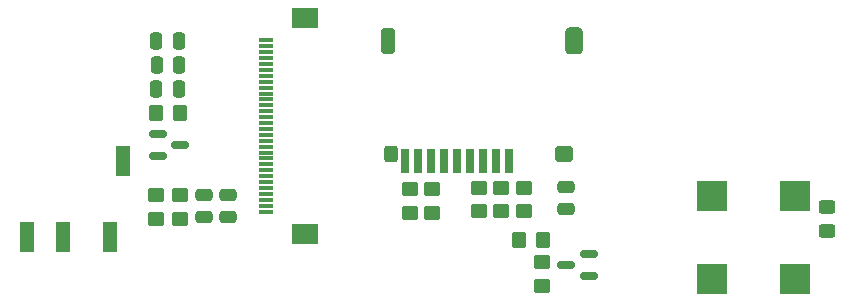
<source format=gbr>
%TF.GenerationSoftware,KiCad,Pcbnew,8.0.5-8.0.5-0~ubuntu22.04.1*%
%TF.CreationDate,2024-11-26T13:48:27+00:00*%
%TF.ProjectId,numcalcium,6e756d63-616c-4636-9975-6d2e6b696361,rev?*%
%TF.SameCoordinates,Original*%
%TF.FileFunction,Paste,Bot*%
%TF.FilePolarity,Positive*%
%FSLAX46Y46*%
G04 Gerber Fmt 4.6, Leading zero omitted, Abs format (unit mm)*
G04 Created by KiCad (PCBNEW 8.0.5-8.0.5-0~ubuntu22.04.1) date 2024-11-26 13:48:27*
%MOMM*%
%LPD*%
G01*
G04 APERTURE LIST*
G04 Aperture macros list*
%AMRoundRect*
0 Rectangle with rounded corners*
0 $1 Rounding radius*
0 $2 $3 $4 $5 $6 $7 $8 $9 X,Y pos of 4 corners*
0 Add a 4 corners polygon primitive as box body*
4,1,4,$2,$3,$4,$5,$6,$7,$8,$9,$2,$3,0*
0 Add four circle primitives for the rounded corners*
1,1,$1+$1,$2,$3*
1,1,$1+$1,$4,$5*
1,1,$1+$1,$6,$7*
1,1,$1+$1,$8,$9*
0 Add four rect primitives between the rounded corners*
20,1,$1+$1,$2,$3,$4,$5,0*
20,1,$1+$1,$4,$5,$6,$7,0*
20,1,$1+$1,$6,$7,$8,$9,0*
20,1,$1+$1,$8,$9,$2,$3,0*%
G04 Aperture macros list end*
%ADD10RoundRect,0.250000X0.450000X-0.350000X0.450000X0.350000X-0.450000X0.350000X-0.450000X-0.350000X0*%
%ADD11RoundRect,0.250000X-0.475000X0.250000X-0.475000X-0.250000X0.475000X-0.250000X0.475000X0.250000X0*%
%ADD12RoundRect,0.150000X0.587500X0.150000X-0.587500X0.150000X-0.587500X-0.150000X0.587500X-0.150000X0*%
%ADD13R,2.500000X2.500000*%
%ADD14RoundRect,0.250000X0.475000X-0.250000X0.475000X0.250000X-0.475000X0.250000X-0.475000X-0.250000X0*%
%ADD15RoundRect,0.250000X0.350000X0.450000X-0.350000X0.450000X-0.350000X-0.450000X0.350000X-0.450000X0*%
%ADD16RoundRect,0.250000X0.450000X-0.325000X0.450000X0.325000X-0.450000X0.325000X-0.450000X-0.325000X0*%
%ADD17RoundRect,0.250000X0.250000X0.475000X-0.250000X0.475000X-0.250000X-0.475000X0.250000X-0.475000X0*%
%ADD18RoundRect,0.250000X-0.250000X-0.475000X0.250000X-0.475000X0.250000X0.475000X-0.250000X0.475000X0*%
%ADD19RoundRect,0.381000X-0.381000X0.762000X-0.381000X-0.762000X0.381000X-0.762000X0.381000X0.762000X0*%
%ADD20RoundRect,0.350000X-0.450000X-0.350000X0.450000X-0.350000X0.450000X0.350000X-0.450000X0.350000X0*%
%ADD21RoundRect,0.300000X-0.300000X-0.400000X0.300000X-0.400000X0.300000X0.400000X-0.300000X0.400000X0*%
%ADD22RoundRect,0.300000X0.300000X0.800000X-0.300000X0.800000X-0.300000X-0.800000X0.300000X-0.800000X0*%
%ADD23R,0.700000X2.000000*%
%ADD24RoundRect,0.150000X-0.587500X-0.150000X0.587500X-0.150000X0.587500X0.150000X-0.587500X0.150000X0*%
%ADD25RoundRect,0.250000X-0.450000X0.350000X-0.450000X-0.350000X0.450000X-0.350000X0.450000X0.350000X0*%
%ADD26RoundRect,0.250000X-0.350000X-0.450000X0.350000X-0.450000X0.350000X0.450000X-0.350000X0.450000X0*%
%ADD27R,2.200000X1.800000*%
%ADD28R,1.300000X0.300000*%
%ADD29R,1.200000X2.500000*%
G04 APERTURE END LIST*
D10*
%TO.C,R25*%
X47752000Y13446000D03*
X47752000Y11446000D03*
%TD*%
D11*
%TO.C,C13*%
X20701000Y10927000D03*
X20701000Y12827000D03*
%TD*%
D12*
%TO.C,Q8*%
X51363400Y6873200D03*
X53238400Y5923200D03*
X53238400Y7823200D03*
%TD*%
D13*
%TO.C,BZ1*%
X70708400Y5700000D03*
X70708400Y12700000D03*
X63708400Y12700000D03*
X63708400Y5700000D03*
%TD*%
D10*
%TO.C,R24*%
X45847000Y13449983D03*
X45847000Y11449983D03*
%TD*%
%TO.C,R18*%
X16637000Y12811000D03*
X16637000Y10811000D03*
%TD*%
%TO.C,R20*%
X18669000Y12795000D03*
X18669000Y10795000D03*
%TD*%
D14*
%TO.C,C15*%
X51358800Y13497600D03*
X51358800Y11597600D03*
%TD*%
D10*
%TO.C,R21*%
X38100000Y13319000D03*
X38100000Y11319000D03*
%TD*%
D15*
%TO.C,R19*%
X16607200Y19761200D03*
X18607200Y19761200D03*
%TD*%
D16*
%TO.C,D27*%
X73406000Y11794600D03*
X73406000Y9744600D03*
%TD*%
D17*
%TO.C,C10*%
X16626800Y25857200D03*
X18526800Y25857200D03*
%TD*%
D18*
%TO.C,C9*%
X18542000Y21793200D03*
X16642000Y21793200D03*
%TD*%
D17*
%TO.C,C11*%
X16677600Y23825200D03*
X18577600Y23825200D03*
%TD*%
D19*
%TO.C,J12*%
X52034000Y25865200D03*
D20*
X51134000Y16320000D03*
D21*
X36534000Y16320000D03*
D22*
X36284000Y25865200D03*
D23*
X37684000Y15715200D03*
X38784000Y15715200D03*
X39884000Y15715200D03*
X40984000Y15715200D03*
X42084000Y15715200D03*
X43184000Y15715200D03*
X44284000Y15715200D03*
X45384000Y15715200D03*
X46484000Y15715200D03*
%TD*%
D24*
%TO.C,Q9*%
X18643600Y17068800D03*
X16768600Y18018800D03*
X16768600Y16118800D03*
%TD*%
D10*
%TO.C,R22*%
X40005000Y13319000D03*
X40005000Y11319000D03*
%TD*%
D25*
%TO.C,R27*%
X49276000Y5146800D03*
X49276000Y7146800D03*
%TD*%
D26*
%TO.C,R13*%
X49377600Y8991600D03*
X47377600Y8991600D03*
%TD*%
D27*
%TO.C,J4*%
X29210000Y9510800D03*
X29210000Y27810800D03*
D28*
X25960000Y11410800D03*
X25960000Y11910800D03*
X25960000Y12410800D03*
X25960000Y12910800D03*
X25960000Y13410800D03*
X25960000Y13910800D03*
X25960000Y14410800D03*
X25960000Y14910800D03*
X25960000Y15410800D03*
X25960000Y15910800D03*
X25960000Y16410800D03*
X25960000Y16910800D03*
X25960000Y17410800D03*
X25960000Y17910800D03*
X25960000Y18410800D03*
X25960000Y18910800D03*
X25960000Y19410800D03*
X25960000Y19910800D03*
X25960000Y20410800D03*
X25960000Y20910800D03*
X25960000Y21410800D03*
X25960000Y21910800D03*
X25960000Y22410800D03*
X25960000Y22910800D03*
X25960000Y23410800D03*
X25960000Y23910800D03*
X25960000Y24410800D03*
X25960000Y24910800D03*
X25960000Y25410800D03*
X25960000Y25910800D03*
%TD*%
D11*
%TO.C,C12*%
X22733000Y10927000D03*
X22733000Y12827000D03*
%TD*%
D10*
%TO.C,R23*%
X43942000Y13446000D03*
X43942000Y11446000D03*
%TD*%
D29*
%TO.C,J9*%
X12725200Y9220200D03*
X13825200Y15720200D03*
X5725200Y9220200D03*
X8725200Y9220200D03*
%TD*%
M02*

</source>
